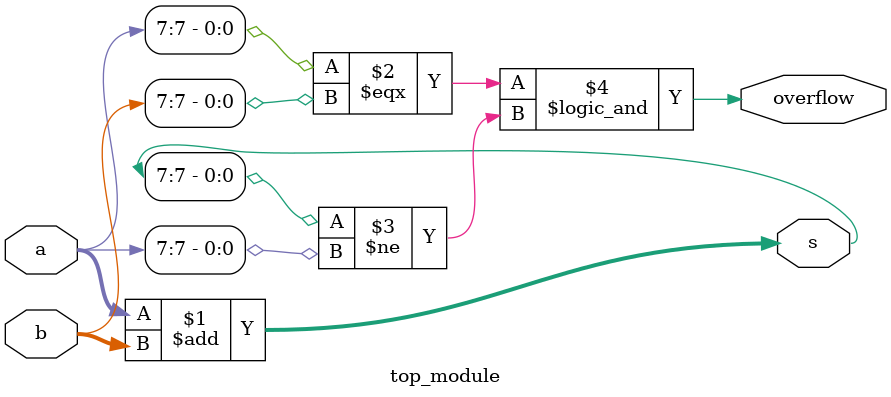
<source format=v>
module top_module (
    input [7:0] a,
    input [7:0] b,
    output [7:0] s,
    output overflow
); 
    assign s=a+b;	// sum computation is as it should be
    assign overflow= (a[7]===b[7])&&(s[7]!=a[7]);	// overflow occurs when 2 +ve number gives a -ve result. To check this two options are there: first if MSB of both operands are same and the MSB of the result i.e. sum(in this case) is different from that. Secondly, the carry-in into the MSB computation is different from the carry-out from the MSB computation.
endmodule


</source>
